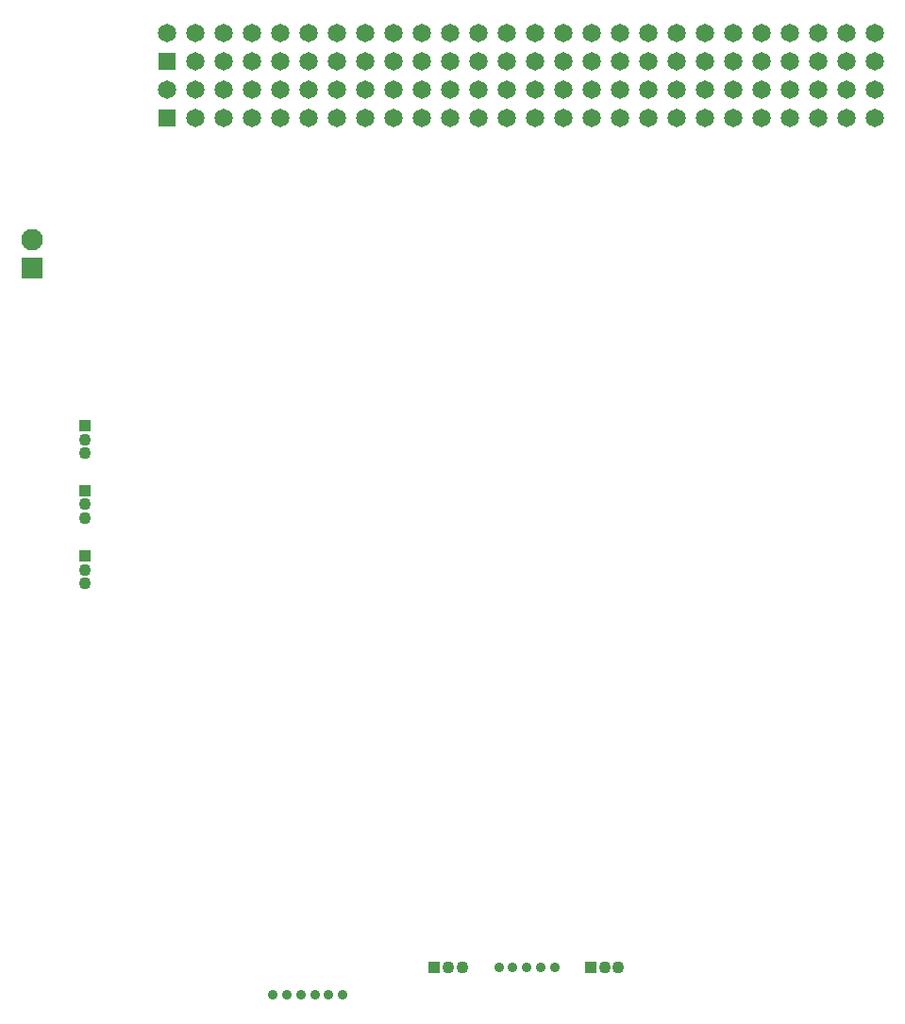
<source format=gbs>
G04*
G04 #@! TF.GenerationSoftware,Altium Limited,Altium Designer,25.0.2 (28)*
G04*
G04 Layer_Color=16711935*
%FSLAX25Y25*%
%MOIN*%
G70*
G04*
G04 #@! TF.SameCoordinates,92B628A6-D60A-4015-8E16-F054796CA4EE*
G04*
G04*
G04 #@! TF.FilePolarity,Negative*
G04*
G01*
G75*
%ADD92R,0.04331X0.04331*%
%ADD93C,0.04331*%
%ADD94C,0.03543*%
%ADD95R,0.04331X0.04331*%
%ADD96C,0.06496*%
%ADD97R,0.07677X0.07677*%
%ADD98C,0.07677*%
%ADD99R,0.06496X0.06496*%
D92*
X204679Y27600D02*
D03*
X149457D02*
D03*
D93*
X214521D02*
D03*
X209600D02*
D03*
X154379D02*
D03*
X159300D02*
D03*
X25924Y209079D02*
D03*
Y214000D02*
D03*
Y186114D02*
D03*
Y191035D02*
D03*
Y163101D02*
D03*
Y168023D02*
D03*
D94*
X92479Y17913D02*
D03*
X97400D02*
D03*
X102321D02*
D03*
X107243D02*
D03*
X112164D02*
D03*
X117085D02*
D03*
X186979Y27400D02*
D03*
X182057D02*
D03*
X177136D02*
D03*
X172215D02*
D03*
X191900D02*
D03*
D95*
X25924Y218921D02*
D03*
Y195957D02*
D03*
Y172944D02*
D03*
D96*
X115000Y347520D02*
D03*
X125000D02*
D03*
X215000Y327520D02*
D03*
Y337520D02*
D03*
X55000D02*
D03*
X65000Y327520D02*
D03*
Y337520D02*
D03*
X75000Y327520D02*
D03*
Y337520D02*
D03*
X85000Y327520D02*
D03*
Y337520D02*
D03*
X95000Y327520D02*
D03*
Y337520D02*
D03*
X105000Y327520D02*
D03*
Y337520D02*
D03*
X115000Y327520D02*
D03*
Y337520D02*
D03*
X125000Y327520D02*
D03*
Y337520D02*
D03*
X135000Y327520D02*
D03*
Y337520D02*
D03*
X145000Y327520D02*
D03*
Y337520D02*
D03*
X155000Y327520D02*
D03*
Y337520D02*
D03*
X165000Y327520D02*
D03*
Y337520D02*
D03*
X175000Y327520D02*
D03*
Y337520D02*
D03*
X185000Y327520D02*
D03*
Y337520D02*
D03*
X195000Y327520D02*
D03*
Y337520D02*
D03*
X205000Y327520D02*
D03*
Y337520D02*
D03*
X225000Y327520D02*
D03*
Y337520D02*
D03*
X235000Y327520D02*
D03*
Y337520D02*
D03*
X245000Y327520D02*
D03*
Y337520D02*
D03*
X255000Y327520D02*
D03*
Y337520D02*
D03*
X265000Y327520D02*
D03*
Y337520D02*
D03*
X275000Y327520D02*
D03*
Y337520D02*
D03*
X285000Y327520D02*
D03*
Y337520D02*
D03*
X295000Y327520D02*
D03*
Y337520D02*
D03*
X305000Y327520D02*
D03*
Y337520D02*
D03*
X205000Y347520D02*
D03*
Y357520D02*
D03*
X195000Y347520D02*
D03*
Y357520D02*
D03*
X305000D02*
D03*
Y347520D02*
D03*
X295000Y357520D02*
D03*
Y347520D02*
D03*
X285000Y357520D02*
D03*
Y347520D02*
D03*
X275000Y357520D02*
D03*
Y347520D02*
D03*
X265000Y357520D02*
D03*
Y347520D02*
D03*
X255000Y357520D02*
D03*
Y347520D02*
D03*
X245000Y357520D02*
D03*
Y347520D02*
D03*
X235000Y357520D02*
D03*
Y347520D02*
D03*
X225000Y357520D02*
D03*
Y347520D02*
D03*
X215000Y357520D02*
D03*
Y347520D02*
D03*
X185000Y357520D02*
D03*
Y347520D02*
D03*
X175000Y357520D02*
D03*
Y347520D02*
D03*
X165000Y357520D02*
D03*
Y347520D02*
D03*
X155000Y357520D02*
D03*
Y347520D02*
D03*
X145000Y357520D02*
D03*
Y347520D02*
D03*
X135000Y357520D02*
D03*
Y347520D02*
D03*
X125000Y357520D02*
D03*
X115000D02*
D03*
X105000D02*
D03*
Y347520D02*
D03*
X95000Y357520D02*
D03*
Y347520D02*
D03*
X85000Y357520D02*
D03*
Y347520D02*
D03*
X75000Y357520D02*
D03*
Y347520D02*
D03*
X65000Y357520D02*
D03*
X55000D02*
D03*
X65000Y347520D02*
D03*
D97*
X7480Y274646D02*
D03*
D98*
Y284646D02*
D03*
D99*
X55000Y327520D02*
D03*
Y347520D02*
D03*
M02*

</source>
